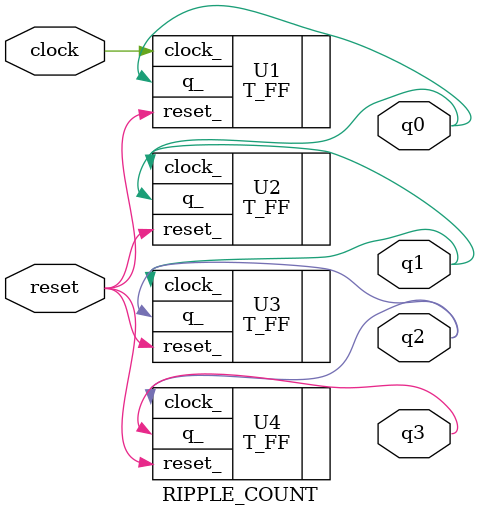
<source format=v>
/* structural Verilog generated by gnetlist */
/* WARNING: This is a generated file, edits */
/*        made here will be lost next time  */
/*        you run gnetlist!                 */
/* Id ..........$Id$ */
/* Source.......$Source$ */
/* Revision.....$Revision$ */
/* Author.......$Author$ */

module RIPPLE_COUNT (
       reset ,
       clock ,
       q0 ,
       q1 ,
       q2 ,
       q3
      );

/* Port directions begin here */
input reset ;
input clock ;
output q0 ;
output q1 ;
output q2 ;
output q3 ;


/* Wires from the design */
wire clock ;
wire q0 ;
wire q1 ;
wire q2 ;
wire q3 ;
wire reset ;

/* continuous assignments */

/* Package instantiations */
T_FF U1 (
    .clock_ ( clock ),
    .q_ ( q0 ),
    .reset_ ( reset )
    );

T_FF U2 (
    .clock_ ( q0 ),
    .q_ ( q1 ),
    .reset_ ( reset )
    );

T_FF U3 (
    .clock_ ( q1 ),
    .q_ ( q2 ),
    .reset_ ( reset )
    );

T_FF U4 (
    .clock_ ( q2 ),
    .q_ ( q3 ),
    .reset_ ( reset )
    );

endmodule

</source>
